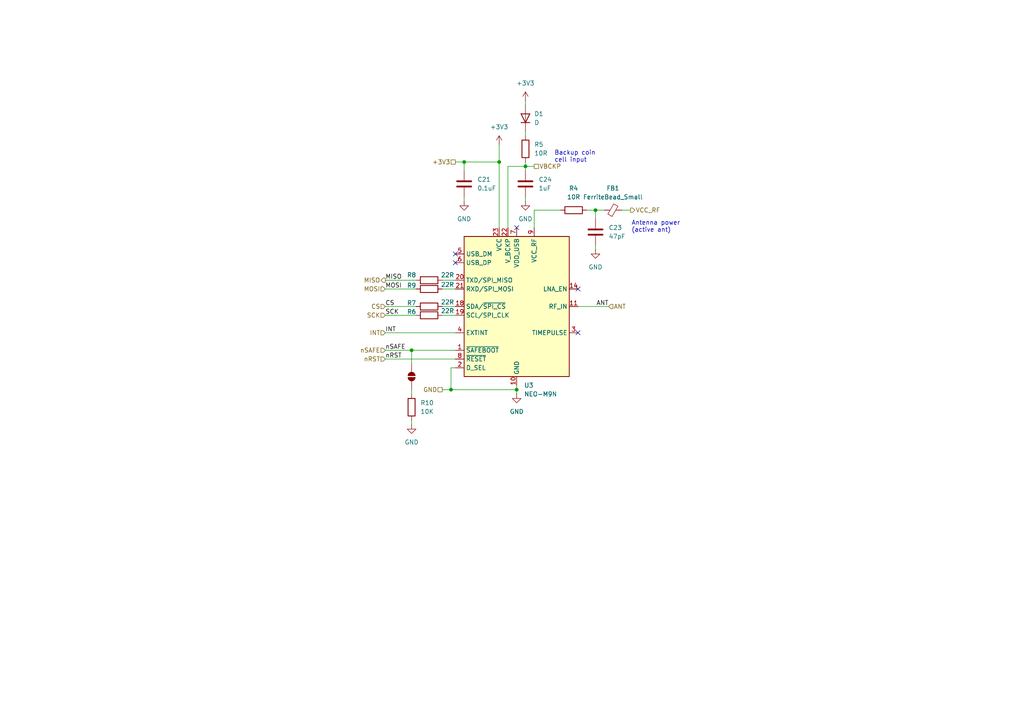
<source format=kicad_sch>
(kicad_sch (version 20250114) (generator "eeschema") (generator_version "9.0")
  (paper "A4")
  (lib_symbols
    (symbol "Device:C" (pin_numbers (hide yes)) (pin_names (offset 0.254))
      (property "Reference" "C" (at 0.635 2.54 0))
      (property "Value" "C" (at 0.635 -2.54 0))
      (symbol "C_0_1"
        (polyline (pts (xy -2.032 0.762) (xy 2.032 0.762)) (stroke (width 0.508)))
        (polyline (pts (xy -2.032 -0.762) (xy 2.032 -0.762)) (stroke (width 0.508)))
      )
      (symbol "C_1_1"
        (pin passive line (at 0 3.81 270) (length 2.794) (name "~") (number "1"))
        (pin passive line (at 0 -3.81 90) (length 2.794) (name "~") (number "2"))
      )
    )
    (symbol "Device:D" (pin_numbers (hide yes)) (pin_names (offset 1.016) (hide yes))
      (property "Reference" "D" (at 0 2.54 0))
      (property "Value" "D" (at 0 -2.54 0))
      (symbol "D_0_1"
        (polyline (pts (xy -1.27 1.27) (xy -1.27 -1.27)) (stroke (width 0.254)))
        (polyline (pts (xy 1.27 1.27) (xy 1.27 -1.27) (xy -1.27 0) (xy 1.27 1.27)) (stroke (width 0.254)))
        (polyline (pts (xy 1.27 0) (xy -1.27 0)))
      )
      (symbol "D_1_1"
        (pin passive line (at -3.81 0 0) (length 2.54) (name "K") (number "1"))
        (pin passive line (at 3.81 0 180) (length 2.54) (name "A") (number "2"))
      )
    )
    (symbol "Device:FerriteBead_Small" (pin_numbers (hide yes)) (pin_names (offset 0))
      (property "Reference" "FB" (at 1.905 1.27 0))
      (property "Value" "FerriteBead_Small" (at 1.905 -1.27 0))
      (symbol "FerriteBead_Small_0_1"
        (polyline (pts (xy -1.8288 0.2794) (xy -1.1176 1.4986) (xy 1.8288 -0.2032) (xy 1.1176 -1.4224) (xy -1.8288 0.2794)))
        (polyline (pts (xy 0 0.889) (xy 0 1.2954)))
        (polyline (pts (xy 0 -1.27) (xy 0 -0.7874)))
      )
      (symbol "FerriteBead_Small_1_1"
        (pin passive line (at 0 2.54 270) (length 1.27) (name "~") (number "1"))
        (pin passive line (at 0 -2.54 90) (length 1.27) (name "~") (number "2"))
      )
    )
    (symbol "Device:R" (pin_numbers (hide yes)) (pin_names (offset 0))
      (property "Reference" "R" (at 2.032 0 90))
      (property "Value" "R" (at 0 0 90))
      (symbol "R_0_1"
        (rectangle (start -1.016 -2.54) (end 1.016 2.54) (stroke (width 0.254)))
      )
      (symbol "R_1_1"
        (pin passive line (at 0 3.81 270) (length 1.27) (name "~") (number "1"))
        (pin passive line (at 0 -3.81 90) (length 1.27) (name "~") (number "2"))
      )
    )
    (symbol "Jumper:SolderJumper_2_Open" (pin_numbers (hide yes)) (pin_names (offset 0) (hide yes)) (in_bom no)
      (property "Reference" "JP" (at 0 2.032 0))
      (property "Value" "SolderJumper_2_Open" (at 0 -2.54 0))
      (symbol "SolderJumper_2_Open_0_1"
        (polyline (pts (xy -0.254 1.016) (xy -0.254 -1.016)))
        (arc (start -0.254 -1.016) (mid -1.2656 0) (end -0.254 1.016))
        (arc (start -0.254 -1.016) (mid -1.2656 0) (end -0.254 1.016) (fill (type outline)))
        (arc (start 0.254 1.016) (mid 1.2656 0) (end 0.254 -1.016))
        (arc (start 0.254 1.016) (mid 1.2656 0) (end 0.254 -1.016) (fill (type outline)))
        (polyline (pts (xy 0.254 1.016) (xy 0.254 -1.016)))
      )
      (symbol "SolderJumper_2_Open_1_1"
        (pin passive line (at -3.81 0 0) (length 2.54) (name "A") (number "1"))
        (pin passive line (at 3.81 0 180) (length 2.54) (name "B") (number "2"))
      )
    )
    (symbol "RF_GPS:NEO-M9N"
      (property "Reference" "U" (at -13.97 21.59 0))
      (property "Value" "NEO-M9N" (at 11.43 21.59 0))
      (symbol "NEO-M9N_0_1"
        (rectangle (start -15.24 20.32) (end 15.24 -20.32) (stroke (width 0.254)) (fill (type background)))
      )
      (symbol "NEO-M9N_1_1"
        (pin bidirectional line (at -17.78 15.24 0) (length 2.54) (name "USB_DM") (number "5"))
        (pin bidirectional line (at -17.78 12.7 0) (length 2.54) (name "USB_DP") (number "6"))
        (pin output line (at -17.78 7.62 0) (length 2.54) (name "TXD/SPI_MISO") (number "20"))
        (pin input line (at -17.78 5.08 0) (length 2.54) (name "RXD/SPI_MOSI") (number "21"))
        (pin bidirectional line (at -17.78 0 0) (length 2.54) (name "SDA/~{SPI_CS}") (number "18"))
        (pin input line (at -17.78 -2.54 0) (length 2.54) (name "SCL/SPI_CLK") (number "19"))
        (pin input line (at -17.78 -7.62 0) (length 2.54) (name "EXTINT") (number "4"))
        (pin input line (at -17.78 -12.7 0) (length 2.54) (name "~{SAFEBOOT}") (number "1"))
        (pin input line (at -17.78 -15.24 0) (length 2.54) (name "~{RESET}") (number "8"))
        (pin input line (at -17.78 -17.78 0) (length 2.54) (name "D_SEL") (number "2"))
        (pin power_in line (at -5.08 22.86 270) (length 2.54) (name "VCC") (number "23"))
        (pin power_in line (at -2.54 22.86 270) (length 2.54) (name "V_BCKP") (number "22"))
        (pin power_in line (at 0 22.86 270) (length 2.54) (name "VDD_USB") (number "7"))
        (pin power_in line (at 0 -22.86 90) (length 2.54) (name "GND") (number "10"))
        (pin passive line (at 0 -22.86 90) (length 2.54) (hide yes) (name "GND") (number "12"))
        (pin passive line (at 0 -22.86 90) (length 2.54) (hide yes) (name "GND") (number "13"))
        (pin passive line (at 0 -22.86 90) (length 2.54) (hide yes) (name "GND") (number "24"))
        (pin power_out line (at 5.08 22.86 270) (length 2.54) (name "VCC_RF") (number "9"))
        (pin no_connect line (at 15.24 -10.16 180) (length 2.54) (hide yes) (name "RESERVED") (number "15"))
        (pin no_connect line (at 15.24 -12.7 180) (length 2.54) (hide yes) (name "RESERVED") (number "16"))
        (pin no_connect line (at 15.24 -15.24 180) (length 2.54) (hide yes) (name "RESERVED") (number "17"))
        (pin output line (at 17.78 5.08 180) (length 2.54) (name "LNA_EN") (number "14"))
        (pin input line (at 17.78 0 180) (length 2.54) (name "RF_IN") (number "11"))
        (pin output line (at 17.78 -7.62 180) (length 2.54) (name "TIMEPULSE") (number "3"))
      )
    )
    (symbol "power:+3V3" (power) (pin_numbers (hide yes)) (pin_names (offset 0) (hide yes))
      (property "Value" "+3V3" (at 0 3.556 0))
      (symbol "+3V3_0_1"
        (polyline (pts (xy -0.762 1.27) (xy 0 2.54)))
        (polyline (pts (xy 0 2.54) (xy 0.762 1.27)))
        (polyline (pts (xy 0 0) (xy 0 2.54)))
      )
      (symbol "+3V3_1_1"
        (pin power_in line (at 0 0 90) (length 0) (name "~") (number "1"))
      )
    )
    (symbol "power:GND" (power) (pin_numbers (hide yes)) (pin_names (offset 0) (hide yes))
      (property "Value" "GND" (at 0 -3.81 0))
      (symbol "GND_0_1"
        (polyline (pts (xy 0 0) (xy 0 -1.27) (xy 1.27 -1.27) (xy 0 -2.54) (xy -1.27 -1.27) (xy 0 -1.27)))
      )
      (symbol "GND_1_1"
        (pin power_in line (at 0 0 270) (length 0) (name "~") (number "1"))
      )
    )
  )
  (text "Antenna power\n(active ant)" (at 183.134 65.786 0) (effects (font (size 1.27 1.27)) (justify left)))
  (text "Backup coin\ncell input" (at 160.782 45.466 0) (effects (font (size 1.27 1.27)) (justify left)))
  (junction (at 119.38 101.6))
  (junction (at 134.62 46.99))
  (junction (at 152.4 48.26))
  (junction (at 149.86 113.03))
  (junction (at 172.72 60.96))
  (junction (at 144.78 46.99))
  (junction (at 130.81 113.03))
  (no_connect (at 132.08 73.66))
  (no_connect (at 149.86 66.04))
  (no_connect (at 132.08 76.2))
  (no_connect (at 167.64 96.52))
  (no_connect (at 167.64 83.82))
  (wire (pts (xy 130.81 113.03) (xy 130.81 106.68)))
  (wire (pts (xy 134.62 57.15) (xy 134.62 58.42)))
  (wire (pts (xy 147.32 48.26) (xy 147.32 66.04)))
  (wire (pts (xy 147.32 48.26) (xy 152.4 48.26)))
  (wire (pts (xy 128.27 81.28) (xy 132.08 81.28)))
  (wire (pts (xy 130.81 106.68) (xy 132.08 106.68)))
  (wire (pts (xy 111.76 81.28) (xy 120.65 81.28)))
  (wire (pts (xy 134.62 46.99) (xy 134.62 49.53)))
  (wire (pts (xy 111.76 83.82) (xy 120.65 83.82)))
  (wire (pts (xy 152.4 29.21) (xy 152.4 30.48)))
  (wire (pts (xy 149.86 113.03) (xy 130.81 113.03)))
  (wire (pts (xy 152.4 48.26) (xy 154.94 48.26)))
  (wire (pts (xy 172.72 71.12) (xy 172.72 72.39)))
  (wire (pts (xy 180.34 60.96) (xy 182.88 60.96)))
  (wire (pts (xy 111.76 91.44) (xy 120.65 91.44)))
  (wire (pts (xy 128.27 83.82) (xy 132.08 83.82)))
  (wire (pts (xy 128.27 91.44) (xy 132.08 91.44)))
  (wire (pts (xy 119.38 101.6) (xy 119.38 105.41)))
  (wire (pts (xy 172.72 60.96) (xy 172.72 63.5)))
  (wire (pts (xy 111.76 104.14) (xy 132.08 104.14)))
  (wire (pts (xy 152.4 46.99) (xy 152.4 48.26)))
  (wire (pts (xy 154.94 66.04) (xy 154.94 60.96)))
  (wire (pts (xy 144.78 46.99) (xy 144.78 66.04)))
  (wire (pts (xy 152.4 57.15) (xy 152.4 58.42)))
  (wire (pts (xy 152.4 38.1) (xy 152.4 39.37)))
  (wire (pts (xy 119.38 114.3) (xy 119.38 113.03)))
  (wire (pts (xy 172.72 60.96) (xy 175.26 60.96)))
  (wire (pts (xy 132.08 46.99) (xy 134.62 46.99)))
  (wire (pts (xy 111.76 96.52) (xy 132.08 96.52)))
  (wire (pts (xy 154.94 60.96) (xy 162.56 60.96)))
  (wire (pts (xy 111.76 88.9) (xy 120.65 88.9)))
  (wire (pts (xy 152.4 48.26) (xy 152.4 49.53)))
  (wire (pts (xy 170.18 60.96) (xy 172.72 60.96)))
  (wire (pts (xy 149.86 113.03) (xy 149.86 114.3)))
  (wire (pts (xy 144.78 46.99) (xy 134.62 46.99)))
  (wire (pts (xy 119.38 101.6) (xy 132.08 101.6)))
  (wire (pts (xy 167.64 88.9) (xy 176.53 88.9)))
  (wire (pts (xy 119.38 121.92) (xy 119.38 123.19)))
  (wire (pts (xy 128.27 88.9) (xy 132.08 88.9)))
  (wire (pts (xy 144.78 41.91) (xy 144.78 46.99)))
  (wire (pts (xy 149.86 111.76) (xy 149.86 113.03)))
  (wire (pts (xy 111.76 101.6) (xy 119.38 101.6)))
  (wire (pts (xy 128.27 113.03) (xy 130.81 113.03)))
  (label "MISO" (at 111.76 81.28 0))
  (label "SCK" (at 111.76 91.44 0))
  (label "ANT" (at 176.53 88.9 180))
  (label "nSAFE" (at 111.76 101.6 0))
  (label "nRST" (at 111.76 104.14 0))
  (label "INT" (at 111.76 96.52 0))
  (label "MOSI" (at 111.76 83.82 0))
  (label "CS" (at 111.76 88.9 0))
  (hierarchical_label "nRST" (shape input) (at 111.76 104.14 180))
  (hierarchical_label "SCK" (shape input) (at 111.76 91.44 180))
  (hierarchical_label "nSAFE" (shape input) (at 111.76 101.6 180))
  (hierarchical_label "MISO" (shape output) (at 111.76 81.28 180))
  (hierarchical_label "ANT" (shape input) (at 176.53 88.9 0))
  (hierarchical_label "GND" (shape passive) (at 128.27 113.03 180))
  (hierarchical_label "INT" (shape input) (at 111.76 96.52 180))
  (hierarchical_label "MOSI" (shape input) (at 111.76 83.82 180))
  (hierarchical_label "VBCKP" (shape passive) (at 154.94 48.26 0))
  (hierarchical_label "CS" (shape input) (at 111.76 88.9 180))
  (hierarchical_label "+3V3" (shape passive) (at 132.08 46.99 180))
  (hierarchical_label "VCC_RF" (shape output) (at 182.88 60.96 0))
  (symbol (lib_id "power:GND") (at 152.4 58.42 0) (unit 1)
    (property "Reference" "#PWR025" (effects (hide yes)))
    (property "Value" "GND" (at 152.4 63.5 0))
    (property "Description" "Power symbol creates a global label with name \"GND\" , ground" (effects (hide yes)))
  )
  (symbol (lib_id "Device:R") (at 124.46 81.28 270) (unit 1)
    (property "Reference" "R8" (at 119.38 79.756 90))
    (property "Value" "22R" (at 129.794 79.756 90))
    (property "Description" "Resistor" (effects (hide yes)))
  )
  (symbol (lib_id "power:GND") (at 149.86 114.3 0) (unit 1)
    (property "Reference" "#PWR026" (effects (hide yes)))
    (property "Value" "GND" (at 149.86 119.38 0))
    (property "Description" "Power symbol creates a global label with name \"GND\" , ground" (effects (hide yes)))
  )
  (symbol (lib_id "Device:FerriteBead_Small") (at 177.8 60.96 90) (unit 1)
    (property "Reference" "FB1" (at 177.7619 54.61 90))
    (property "Value" "FerriteBead_Small" (at 177.7619 57.15 90))
    (property "Description" "Ferrite bead, small symbol" (effects (hide yes)))
  )
  (symbol (lib_id "Device:R") (at 119.38 118.11 0) (unit 1)
    (property "Reference" "R10" (at 121.92 116.8399 0) (effects (justify left)))
    (property "Value" "10K" (at 121.92 119.3799 0) (effects (justify left)))
    (property "Description" "Resistor" (effects (hide yes)))
  )
  (symbol (lib_id "Device:R") (at 124.46 83.82 90) (mirror x) (unit 1)
    (property "Reference" "R9" (at 119.38 82.804 90))
    (property "Value" "22R" (at 129.794 82.55 90))
    (property "Description" "Resistor" (effects (hide yes)))
  )
  (symbol (lib_id "Device:D") (at 152.4 34.29 90) (unit 1)
    (property "Reference" "D1" (at 154.94 33.0199 90) (effects (justify right)))
    (property "Value" "D" (at 154.94 35.5599 90) (effects (justify right)))
    (property "Description" "Diode" (effects (hide yes)))
    (property "Sim.Device" "D" (effects (hide yes)))
    (property "Sim.Pins" "1=K 2=A" (effects (hide yes)))
  )
  (symbol (lib_id "power:GND") (at 172.72 72.39 0) (unit 1)
    (property "Reference" "#PWR024" (effects (hide yes)))
    (property "Value" "GND" (at 172.72 77.47 0))
    (property "Description" "Power symbol creates a global label with name \"GND\" , ground" (effects (hide yes)))
  )
  (symbol (lib_id "Device:R") (at 152.4 43.18 180) (unit 1)
    (property "Reference" "R5" (at 154.94 41.9099 0) (effects (justify right)))
    (property "Value" "10R" (at 154.94 44.4499 0) (effects (justify right)))
    (property "Description" "Resistor" (effects (hide yes)))
  )
  (symbol (lib_id "RF_GPS:NEO-M9N") (at 149.86 88.9 0) (unit 1)
    (property "Reference" "U3" (at 152.0033 111.76 0) (effects (justify left)))
    (property "Value" "NEO-M9N" (at 152.0033 114.3 0) (effects (justify left)))
    (property "Footprint" "RF_GPS:ublox_NEO" (effects (hide yes)))
    (property "Datasheet" "https://www.u-blox.com/sites/default/files/NEO-M9N-00B_DataSheet_UBX-19014285.pdf" (effects (hide yes)))
    (property "Description" "GNSS Module NEO M8, VCC 2.7V to 3.6V" (effects (hide yes)))
  )
  (symbol (lib_id "Device:C") (at 172.72 67.31 0) (unit 1)
    (property "Reference" "C23" (at 176.53 66.0399 0) (effects (justify left)))
    (property "Value" "47pF" (at 176.53 68.5799 0) (effects (justify left)))
    (property "Description" "Unpolarized capacitor" (effects (hide yes)))
  )
  (symbol (lib_id "Device:C") (at 134.62 53.34 0) (unit 1)
    (property "Reference" "C21" (at 138.43 52.0699 0) (effects (justify left)))
    (property "Value" "0.1uF" (at 138.43 54.6099 0) (effects (justify left)))
    (property "Description" "Unpolarized capacitor" (effects (hide yes)))
  )
  (symbol (lib_id "Jumper:SolderJumper_2_Open") (at 119.38 109.22 90) (unit 1) (in_bom no)
    (property "Reference" "JP1" (effects (hide yes)))
    (property "Value" "SolderJumper_2_Open" (effects (hide yes)))
    (property "Description" "Solder Jumper, 2-pole, open" (effects (hide yes)))
  )
  (symbol (lib_id "Device:R") (at 166.37 60.96 90) (unit 1)
    (property "Reference" "R4" (at 166.37 54.61 90))
    (property "Value" "10R" (at 166.37 57.15 90))
    (property "Description" "Resistor" (effects (hide yes)))
  )
  (symbol (lib_id "power:+3V3") (at 152.4 29.21 0) (unit 1)
    (property "Reference" "#PWR023" (effects (hide yes)))
    (property "Value" "+3V3" (at 152.4 24.13 0))
    (property "Description" "Power symbol creates a global label with name \"+3V3\"" (effects (hide yes)))
  )
  (symbol (lib_id "Device:C") (at 152.4 53.34 0) (unit 1)
    (property "Reference" "C24" (at 156.21 52.0699 0) (effects (justify left)))
    (property "Value" "1uF" (at 156.21 54.6099 0) (effects (justify left)))
    (property "Description" "Unpolarized capacitor" (effects (hide yes)))
  )
  (symbol (lib_id "power:+3V3") (at 144.78 41.91 0) (unit 1)
    (property "Reference" "#PWR021" (effects (hide yes)))
    (property "Value" "+3V3" (at 144.78 36.83 0))
    (property "Description" "Power symbol creates a global label with name \"+3V3\"" (effects (hide yes)))
  )
  (symbol (lib_id "power:GND") (at 119.38 123.19 0) (unit 1)
    (property "Reference" "#PWR027" (effects (hide yes)))
    (property "Value" "GND" (at 119.38 128.27 0))
    (property "Description" "Power symbol creates a global label with name \"GND\" , ground" (effects (hide yes)))
  )
  (symbol (lib_id "Device:R") (at 124.46 88.9 90) (mirror x) (unit 1)
    (property "Reference" "R7" (at 119.38 87.884 90))
    (property "Value" "22R" (at 129.794 87.63 90))
    (property "Description" "Resistor" (effects (hide yes)))
  )
  (symbol (lib_id "Device:R") (at 124.46 91.44 90) (mirror x) (unit 1)
    (property "Reference" "R6" (at 119.38 90.424 90))
    (property "Value" "22R" (at 129.794 90.17 90))
    (property "Description" "Resistor" (effects (hide yes)))
  )
  (symbol (lib_id "power:GND") (at 134.62 58.42 0) (unit 1)
    (property "Reference" "#PWR022" (effects (hide yes)))
    (property "Value" "GND" (at 134.62 63.5 0))
    (property "Description" "Power symbol creates a global label with name \"GND\" , ground" (effects (hide yes)))
  )
)
</source>
